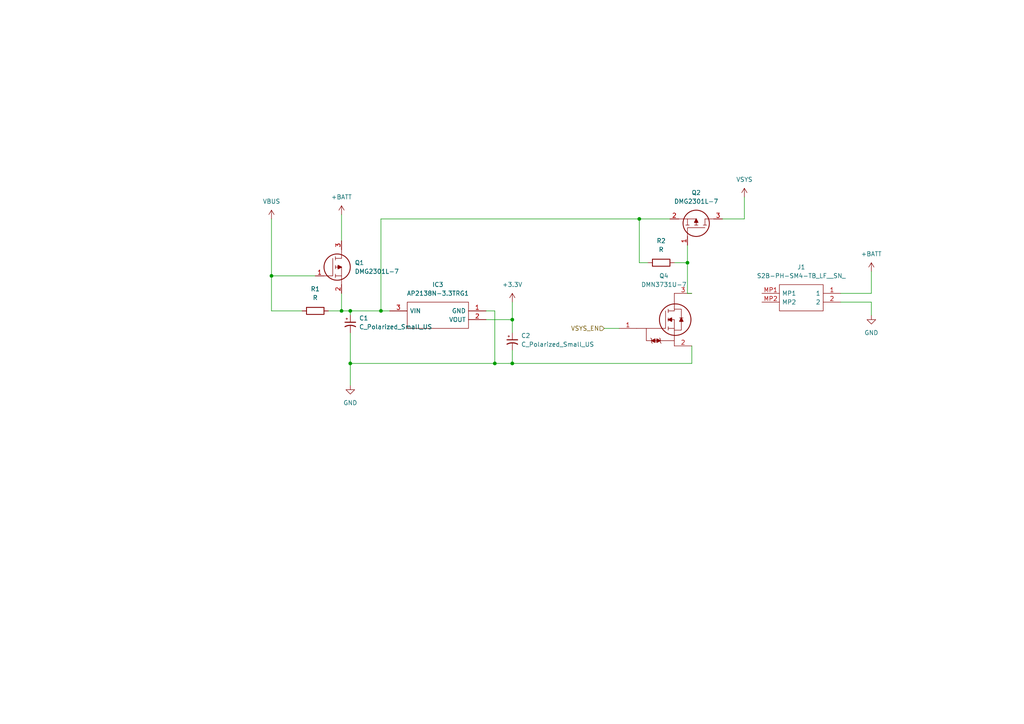
<source format=kicad_sch>
(kicad_sch (version 20230121) (generator eeschema)
  (paper "A4")
  (lib_symbols
    (symbol "AP2138N-3.3TRG1:AP2138N-3.3TRG1" (pin_names (offset 0.762))
      (property "Reference" "IC" (at 24.13 7.62 0))
      (property "Value" "AP2138N-3.3TRG1" (at 24.13 5.08 0))
      (symbol "AP2138N-3.3TRG1_0_0"
        (pin passive line (at 0 0 0) (length 5.08) (name "GND") (number "1"))
        (pin passive line (at 0 -2.54 0) (length 5.08) (name "VOUT") (number "2"))
        (pin passive line (at 27.94 0 180) (length 5.08) (name "VIN") (number "3"))
      )
      (symbol "AP2138N-3.3TRG1_0_1"
        (polyline (pts (xy 5.08 2.54) (xy 22.86 2.54) (xy 22.86 -5.08) (xy 5.08 -5.08) (xy 5.08 2.54)) (stroke (width 0.1524)))
      )
    )
    (symbol "DMG2301L-7:DMG2301L-7" (pin_names (offset 0.762))
      (property "Reference" "Q" (at 11.43 3.81 0))
      (property "Value" "DMG2301L-7" (at 11.43 1.27 0))
      (symbol "DMG2301L-7_0_0"
        (pin passive line (at 0 0 0) (length 2.54) (name "~") (number "1"))
        (pin passive line (at 7.62 -5.08 90) (length 2.54) (name "~") (number "2"))
        (pin passive line (at 7.62 10.16 270) (length 2.54) (name "~") (number "3"))
      )
      (symbol "DMG2301L-7_0_1"
        (polyline (pts (xy 5.842 -0.508) (xy 5.842 0.508)) (stroke (width 0.1524)))
        (polyline (pts (xy 5.842 0) (xy 7.62 0)) (stroke (width 0.1524)))
        (polyline (pts (xy 5.842 2.032) (xy 5.842 3.048)) (stroke (width 0.1524)))
        (polyline (pts (xy 5.842 5.588) (xy 5.842 4.572)) (stroke (width 0.1524)))
        (polyline (pts (xy 7.62 2.54) (xy 5.842 2.54)) (stroke (width 0.1524)))
        (polyline (pts (xy 7.62 2.54) (xy 7.62 -2.54)) (stroke (width 0.1524)))
        (polyline (pts (xy 7.62 5.08) (xy 5.842 5.08)) (stroke (width 0.1524)))
        (polyline (pts (xy 7.62 5.08) (xy 7.62 7.62)) (stroke (width 0.1524)))
        (polyline (pts (xy 2.54 0) (xy 5.08 0) (xy 5.08 5.08)) (stroke (width 0.1524)))
        (polyline (pts (xy 7.62 2.54) (xy 6.604 3.048) (xy 6.604 2.032) (xy 7.62 2.54)) (stroke (width 0.254)) (fill (type outline)))
        (circle (center 6.35 2.54) (radius 3.81) (stroke (width 0.254)))
      )
    )
    (symbol "DMN3731U-7:DMN3731U-7" (pin_names (offset 0.762))
      (property "Reference" "Q" (at 14.732 24.13 0))
      (property "Value" "DMN3731U-7" (at 14.732 21.59 0))
      (symbol "DMN3731U-7_0_0"
        (pin passive line (at -8.382 0 0) (length 5.08) (name "~") (number "1"))
        (pin passive line (at 12.7 -5.08 180) (length 5.08) (name "~") (number "2"))
        (pin passive line (at 12.7 10.16 180) (length 5.08) (name "~") (number "3"))
      )
      (symbol "DMN3731U-7_0_1"
        (polyline (pts (xy 1.016 -4.064) (xy 1.016 -3.048)) (stroke (width 0.1524)))
        (polyline (pts (xy 1.016 -4.064) (xy 1.27 -4.318)) (stroke (width 0.1524)))
        (polyline (pts (xy 1.016 -3.048) (xy 0.762 -2.794)) (stroke (width 0.1524)))
        (polyline (pts (xy 3.556 -4.064) (xy 3.556 -3.048)) (stroke (width 0.1524)))
        (polyline (pts (xy 3.556 -3.048) (xy 3.302 -2.794)) (stroke (width 0.1524)))
        (polyline (pts (xy 3.81 -4.318) (xy 3.556 -4.064)) (stroke (width 0.1524)))
        (polyline (pts (xy 5.842 -0.508) (xy 5.842 0.508)) (stroke (width 0.1524)))
        (polyline (pts (xy 5.842 0) (xy 7.62 0)) (stroke (width 0.1524)))
        (polyline (pts (xy 5.842 2.032) (xy 5.842 3.048)) (stroke (width 0.1524)))
        (polyline (pts (xy 5.842 5.588) (xy 5.842 4.572)) (stroke (width 0.1524)))
        (polyline (pts (xy 7.62 0) (xy 7.62 -5.08)) (stroke (width 0.1524)))
        (polyline (pts (xy 7.62 2.54) (xy 5.842 2.54)) (stroke (width 0.1524)))
        (polyline (pts (xy 7.62 2.54) (xy 7.62 0)) (stroke (width 0.1524)))
        (polyline (pts (xy 7.62 5.08) (xy 5.842 5.08)) (stroke (width 0.1524)))
        (polyline (pts (xy 7.62 10.16) (xy 7.62 5.08)) (stroke (width 0.1524)))
        (polyline (pts (xy 9.144 3.048) (xy 10.16 3.048)) (stroke (width 0.1524)))
        (polyline (pts (xy -3.302 0) (xy 5.08 0) (xy 5.08 5.08)) (stroke (width 0.1524)))
        (polyline (pts (xy 7.62 -3.556) (xy -0.508 -3.556) (xy -0.508 0)) (stroke (width 0.1524)))
        (polyline (pts (xy 9.652 2.032) (xy 9.652 -0.508) (xy 7.62 -0.508)) (stroke (width 0.1524)))
        (polyline (pts (xy 9.652 3.048) (xy 9.652 5.588) (xy 7.62 5.588)) (stroke (width 0.1524)))
        (polyline (pts (xy 1.016 -3.556) (xy 2.032 -4.064) (xy 2.032 -3.048) (xy 1.016 -3.556)) (stroke (width 0.254)) (fill (type outline)))
        (polyline (pts (xy 3.556 -3.556) (xy 2.54 -4.064) (xy 2.54 -3.048) (xy 3.556 -3.556)) (stroke (width 0.254)) (fill (type outline)))
        (polyline (pts (xy 5.842 2.54) (xy 6.858 2.032) (xy 6.858 3.048) (xy 5.842 2.54)) (stroke (width 0.254)) (fill (type outline)))
        (polyline (pts (xy 9.652 3.048) (xy 9.144 2.032) (xy 10.16 2.032) (xy 9.652 3.048)) (stroke (width 0.254)) (fill (type outline)))
        (circle (center 7.874 2.54) (radius 4.572) (stroke (width 0.254)))
      )
    )
    (symbol "Device:C_Polarized_Small_US" (pin_numbers hide) (pin_names (offset 0.254) hide)
      (property "Reference" "C" (at 0.254 1.778 0))
      (property "Value" "C_Polarized_Small_US" (at 0.254 -2.032 0))
      (symbol "C_Polarized_Small_US_0_1"
        (polyline (pts (xy -1.524 0.508) (xy 1.524 0.508)) (stroke (width 0.3048)))
        (polyline (pts (xy -1.27 1.524) (xy -0.762 1.524)))
        (polyline (pts (xy -1.016 1.27) (xy -1.016 1.778)))
        (arc (start 1.524 -0.762) (mid 0 -0.3734) (end -1.524 -0.762) (stroke (width 0.3048)))
      )
      (symbol "C_Polarized_Small_US_1_1"
        (pin passive line (at 0 2.54 270) (length 2.032) (name "~") (number "1"))
        (pin passive line (at 0 -2.54 90) (length 2.032) (name "~") (number "2"))
      )
    )
    (symbol "Device:R" (pin_numbers hide) (pin_names (offset 0))
      (property "Reference" "R" (at 2.032 0 90))
      (property "Value" "R" (at 0 0 90))
      (symbol "R_0_1"
        (rectangle (start -1.016 -2.54) (end 1.016 2.54) (stroke (width 0.254)))
      )
      (symbol "R_1_1"
        (pin passive line (at 0 3.81 270) (length 1.27) (name "~") (number "1"))
        (pin passive line (at 0 -3.81 90) (length 1.27) (name "~") (number "2"))
      )
    )
    (symbol "S2B-PH-SM4-TB_LF__SN_:S2B-PH-SM4-TB_LF__SN_" (pin_names (offset 0.762))
      (property "Reference" "J" (at 19.05 7.62 0))
      (property "Value" "S2B-PH-SM4-TB_LF__SN_" (at 19.05 5.08 0))
      (symbol "S2B-PH-SM4-TB_LF__SN__0_0"
        (pin passive line (at 0 -2.54 0) (length 5.08) (name "1") (number "1"))
        (pin passive line (at 0 0 0) (length 5.08) (name "2") (number "2"))
        (pin passive line (at 22.86 -2.54 180) (length 5.08) (name "MP1") (number "MP1"))
        (pin passive line (at 22.86 0 180) (length 5.08) (name "MP2") (number "MP2"))
      )
      (symbol "S2B-PH-SM4-TB_LF__SN__0_1"
        (polyline (pts (xy 5.08 2.54) (xy 17.78 2.54) (xy 17.78 -5.08) (xy 5.08 -5.08) (xy 5.08 2.54)) (stroke (width 0.1524)))
      )
    )
    (symbol "power:+3.3V" (power) (pin_names (offset 0))
      (property "Value" "+3.3V" (at 0 3.556 0))
      (symbol "+3.3V_0_1"
        (polyline (pts (xy -0.762 1.27) (xy 0 2.54)))
        (polyline (pts (xy 0 0) (xy 0 2.54)))
        (polyline (pts (xy 0 2.54) (xy 0.762 1.27)))
      )
      (symbol "+3.3V_1_1"
        (pin power_in line (at 0 0 90) (length 0) hide (name "+3.3V") (number "1"))
      )
    )
    (symbol "power:+BATT" (power) (pin_names (offset 0))
      (property "Value" "+BATT" (at 0 3.556 0))
      (symbol "+BATT_0_1"
        (polyline (pts (xy -0.762 1.27) (xy 0 2.54)))
        (polyline (pts (xy 0 0) (xy 0 2.54)))
        (polyline (pts (xy 0 2.54) (xy 0.762 1.27)))
      )
      (symbol "+BATT_1_1"
        (pin power_in line (at 0 0 90) (length 0) hide (name "+BATT") (number "1"))
      )
    )
    (symbol "power:GND" (power) (pin_names (offset 0))
      (property "Value" "GND" (at 0 -3.81 0))
      (symbol "GND_0_1"
        (polyline (pts (xy 0 0) (xy 0 -1.27) (xy 1.27 -1.27) (xy 0 -2.54) (xy -1.27 -1.27) (xy 0 -1.27)))
      )
      (symbol "GND_1_1"
        (pin power_in line (at 0 0 270) (length 0) hide (name "GND") (number "1"))
      )
    )
    (symbol "power:VBUS" (power) (pin_names (offset 0))
      (property "Value" "VBUS" (at 0 3.81 0))
      (symbol "VBUS_0_1"
        (polyline (pts (xy -0.762 1.27) (xy 0 2.54)))
        (polyline (pts (xy 0 0) (xy 0 2.54)))
        (polyline (pts (xy 0 2.54) (xy 0.762 1.27)))
      )
      (symbol "VBUS_1_1"
        (pin power_in line (at 0 0 90) (length 0) hide (name "VBUS") (number "1"))
      )
    )
    (symbol "power_vsys:VSYS" (power) (pin_names (offset 0))
      (property "Value" "VSYS" (at 0 3.81 0))
      (symbol "VSYS_0_1"
        (polyline (pts (xy -0.762 1.27) (xy 0 2.54)))
        (polyline (pts (xy 0 0) (xy 0 2.54)))
        (polyline (pts (xy 0 2.54) (xy 0.762 1.27)))
      )
      (symbol "VSYS_1_1"
        (pin power_in line (at 0 0 90) (length 0) hide (name "VSYS") (number "1"))
      )
    )
  )
  (junction (at 143.51 105.41))
  (junction (at 101.6 90.17))
  (junction (at 101.6 105.41))
  (junction (at 148.59 105.41))
  (junction (at 99.06 90.17))
  (junction (at 199.39 76.2))
  (junction (at 185.42 63.5))
  (junction (at 110.49 90.17))
  (junction (at 78.74 80.01))
  (junction (at 148.59 92.71))
  (wire (pts (xy 99.06 62.23) (xy 99.06 69.85)))
  (wire (pts (xy 78.74 80.01) (xy 78.74 90.17)))
  (wire (pts (xy 78.74 80.01) (xy 91.44 80.01)))
  (wire (pts (xy 143.51 90.17) (xy 143.51 105.41)))
  (wire (pts (xy 243.84 85.09) (xy 252.73 85.09)))
  (wire (pts (xy 215.9 63.5) (xy 215.9 57.15)))
  (wire (pts (xy 110.49 90.17) (xy 113.03 90.17)))
  (wire (pts (xy 99.06 90.17) (xy 101.6 90.17)))
  (wire (pts (xy 252.73 85.09) (xy 252.73 78.74)))
  (wire (pts (xy 243.84 87.63) (xy 252.73 87.63)))
  (wire (pts (xy 148.59 92.71) (xy 148.59 96.52)))
  (wire (pts (xy 199.39 76.2) (xy 195.58 76.2)))
  (wire (pts (xy 101.6 90.17) (xy 101.6 91.44)))
  (wire (pts (xy 95.25 90.17) (xy 99.06 90.17)))
  (wire (pts (xy 101.6 90.17) (xy 110.49 90.17)))
  (wire (pts (xy 175.26 95.25) (xy 179.578 95.25)))
  (wire (pts (xy 78.74 90.17) (xy 87.63 90.17)))
  (wire (pts (xy 252.73 87.63) (xy 252.73 91.44)))
  (wire (pts (xy 199.39 85.09) (xy 199.39 76.2)))
  (wire (pts (xy 140.97 92.71) (xy 148.59 92.71)))
  (wire (pts (xy 209.55 63.5) (xy 215.9 63.5)))
  (wire (pts (xy 148.59 92.71) (xy 148.59 87.63)))
  (wire (pts (xy 200.66 105.41) (xy 148.59 105.41)))
  (wire (pts (xy 143.51 105.41) (xy 101.6 105.41)))
  (wire (pts (xy 185.42 76.2) (xy 185.42 63.5)))
  (wire (pts (xy 99.06 85.09) (xy 99.06 90.17)))
  (wire (pts (xy 185.42 63.5) (xy 194.31 63.5)))
  (wire (pts (xy 199.39 71.12) (xy 199.39 76.2)))
  (wire (pts (xy 101.6 96.52) (xy 101.6 105.41)))
  (wire (pts (xy 140.97 90.17) (xy 143.51 90.17)))
  (wire (pts (xy 148.59 101.6) (xy 148.59 105.41)))
  (wire (pts (xy 200.66 85.09) (xy 199.39 85.09)))
  (wire (pts (xy 187.96 76.2) (xy 185.42 76.2)))
  (wire (pts (xy 78.74 63.5) (xy 78.74 80.01)))
  (wire (pts (xy 101.6 105.41) (xy 101.6 111.76)))
  (wire (pts (xy 200.66 100.33) (xy 200.66 105.41)))
  (wire (pts (xy 110.49 63.5) (xy 110.49 90.17)))
  (wire (pts (xy 110.49 63.5) (xy 185.42 63.5)))
  (wire (pts (xy 148.59 105.41) (xy 143.51 105.41)))
  (hierarchical_label "VSYS_EN" (shape input) (at 175.26 95.25 180))
  (symbol (lib_id "Device:C_Polarized_Small_US") (at 101.6 93.98 0) (unit 1)
    (property "Reference" "C1" (at 104.14 92.2782 0) (effects (justify left)))
    (property "Value" "C_Polarized_Small_US" (at 104.14 94.8182 0) (effects (justify left)))
  )
  (symbol (lib_id "DMG2301L-7:DMG2301L-7") (at 199.39 71.12 270) (mirror x) (unit 1)
    (property "Reference" "Q2" (at 201.93 55.88 90))
    (property "Value" "DMG2301L-7" (at 201.93 58.42 90))
    (property "Footprint" "DMG2301L-7:SOT96P240X110-3N" (effects hide))
    (property "Datasheet" "https://www.mouser.com/datasheet/2/115/DMG2301L-959562.pdf" (effects hide))
    (property "Description" "MOSFET MOSFET BVDSS" (effects hide))
    (property "Height" "1.1" (effects hide))
    (property "Manufacturer_Name" "Diodes Inc." (effects hide))
    (property "Manufacturer_Part_Number" "DMG2301L-7" (effects hide))
    (property "Mouser Part Number" "621-DMG2301L-7" (effects hide))
    (property "Mouser Price/Stock" "https://www.mouser.co.uk/ProductDetail/Diodes-Incorporated/DMG2301L-7?qs=60RJRzIpcl8mqpUzCaZuxQ%3D%3D" (effects hide))
    (property "Arrow Part Number" "DMG2301L-7" (effects hide))
    (property "Arrow Price/Stock" "https://www.arrow.com/en/products/dmg2301l-7/diodes-incorporated?region=nac" (effects hide))
  )
  (symbol (lib_id "Device:R") (at 91.44 90.17 90) (unit 1)
    (property "Reference" "R1" (at 91.44 83.82 90))
    (property "Value" "R" (at 91.44 86.36 90))
  )
  (symbol (lib_id "DMN3731U-7:DMN3731U-7") (at 187.96 95.25 0) (unit 1)
    (property "Reference" "Q4" (at 192.5574 80.01 0))
    (property "Value" "DMN3731U-7" (at 192.5574 82.55 0))
    (property "Footprint" "SOT96P240X110-3N" (effects hide))
    (property "Datasheet" "https://www.mouser.fr/datasheet/2/115/DMN3731U-1594715.pdf" (effects hide))
    (property "Description" "MOSFET MOSFET BVDSS: 25V-30V" (effects hide))
    (property "Height" "1.1" (effects hide))
    (property "Manufacturer_Name" "Diodes Inc." (effects hide))
    (property "Manufacturer_Part_Number" "DMN3731U-7" (effects hide))
    (property "Mouser Part Number" "621-DMN3731U-7" (effects hide))
    (property "Mouser Price/Stock" "https://www.mouser.co.uk/ProductDetail/Diodes-Incorporated/DMN3731U-7?qs=EBDBlbfErPyEqvOCBrONHQ%3D%3D" (effects hide))
  )
  (symbol (lib_id "power:+3.3V") (at 148.59 87.63 0) (unit 1)
    (property "Reference" "#PWR04" (effects hide))
    (property "Value" "+3.3V" (at 148.59 82.55 0))
  )
  (symbol (lib_id "S2B-PH-SM4-TB_LF__SN_:S2B-PH-SM4-TB_LF__SN_") (at 243.84 87.63 180) (unit 1)
    (property "Reference" "J1" (at 232.41 77.47 0))
    (property "Value" "S2B-PH-SM4-TB_LF__SN_" (at 232.41 80.01 0))
    (property "Footprint" "S2BPHSM4TBLFSN" (effects hide))
    (property "Datasheet" "https://www.jst-mfg.com/product/pdf/eng/ePH.pdf" (effects hide))
    (property "Description" "Conn Shrouded Header (4 Sides) HDR 2 POS 2mm Solder RA Side Entry SMD T/R" (effects hide))
    (property "Height" "6.6" (effects hide))
    (property "Manufacturer_Name" "JST (JAPAN SOLDERLESS TERMINALS)" (effects hide))
    (property "Manufacturer_Part_Number" "S2B-PH-SM4-TB(LF)(SN)" (effects hide))
    (property "Arrow Part Number" "S2B-PH-SM4-TB(LF)(SN)" (effects hide))
    (property "Arrow Price/Stock" "https://www.arrow.com/en/products/s2b-ph-sm4-tb-lf-sn/jst-manufacturing?region=europe" (effects hide))
  )
  (symbol (lib_id "power:GND") (at 252.73 91.44 0) (unit 1)
    (property "Reference" "#PWR017" (effects hide))
    (property "Value" "GND" (at 252.73 96.52 0))
  )
  (symbol (lib_id "power_vsys:VSYS") (at 215.9 57.15 0) (unit 1)
    (property "Reference" "#PWR05" (effects hide))
    (property "Value" "VSYS" (at 215.9 52.07 0))
  )
  (symbol (lib_id "Device:R") (at 191.77 76.2 90) (unit 1)
    (property "Reference" "R2" (at 191.77 69.85 90))
    (property "Value" "R" (at 191.77 72.39 90))
  )
  (symbol (lib_id "power:+BATT") (at 252.73 78.74 0) (unit 1)
    (property "Reference" "#PWR016" (effects hide))
    (property "Value" "+BATT" (at 252.73 73.66 0))
  )
  (symbol (lib_id "power:+BATT") (at 99.06 62.23 0) (unit 1)
    (property "Reference" "#PWR02" (effects hide))
    (property "Value" "+BATT" (at 99.06 57.15 0))
  )
  (symbol (lib_id "DMG2301L-7:DMG2301L-7") (at 91.44 80.01 0) (unit 1)
    (property "Reference" "Q1" (at 102.87 76.2 0) (effects (justify left)))
    (property "Value" "DMG2301L-7" (at 102.87 78.74 0) (effects (justify left)))
    (property "Footprint" "DMG2301L-7:SOT96P240X110-3N" (effects hide))
    (property "Datasheet" "https://www.mouser.com/datasheet/2/115/DMG2301L-959562.pdf" (effects hide))
    (property "Description" "MOSFET MOSFET BVDSS" (effects hide))
    (property "Height" "1.1" (effects hide))
    (property "Manufacturer_Name" "Diodes Inc." (effects hide))
    (property "Manufacturer_Part_Number" "DMG2301L-7" (effects hide))
    (property "Mouser Part Number" "621-DMG2301L-7" (effects hide))
    (property "Mouser Price/Stock" "https://www.mouser.co.uk/ProductDetail/Diodes-Incorporated/DMG2301L-7?qs=60RJRzIpcl8mqpUzCaZuxQ%3D%3D" (effects hide))
    (property "Arrow Part Number" "DMG2301L-7" (effects hide))
    (property "Arrow Price/Stock" "https://www.arrow.com/en/products/dmg2301l-7/diodes-incorporated?region=nac" (effects hide))
  )
  (symbol (lib_id "AP2138N-3.3TRG1:AP2138N-3.3TRG1") (at 140.97 90.17 0) (mirror y) (unit 1)
    (property "Reference" "IC3" (at 127 82.55 0))
    (property "Value" "AP2138N-3.3TRG1" (at 127 85.09 0))
    (property "Footprint" "AP2138N-3.3TRG1:SOT95P282X145-3N" (effects hide))
    (property "Datasheet" "https://componentsearchengine.com/Datasheets/1/AP2138N-3.3TRG1.pdf" (effects hide))
    (property "Description" "250mA 3.3V Ultra Low IQ LDO Reg. SOT23 DiodesZetex AP2138N-3.3TRG1, Low Noise LDO Voltage Regulator, 250 (Min)mA, 3.3 V +/-2%, 2.5 to 6.6 Vin, 3-Pin SOT-23" (effects hide))
    (property "Height" "1.45" (effects hide))
    (property "Manufacturer_Name" "Diodes Inc." (effects hide))
    (property "Manufacturer_Part_Number" "AP2138N-3.3TRG1" (effects hide))
    (property "Mouser Part Number" "621-AP2138N-3.3TRG1" (effects hide))
    (property "Mouser Price/Stock" "https://www.mouser.co.uk/ProductDetail/Diodes-Incorporated/AP2138N-3.3TRG1?qs=x6A8l6qLYDBcz2C%2Fey6rCQ%3D%3D" (effects hide))
    (property "Arrow Part Number" "AP2138N-3.3TRG1" (effects hide))
    (property "Arrow Price/Stock" "https://www.arrow.com/en/products/ap2138n-3.3trg1/diodes-incorporated?region=nac" (effects hide))
  )
  (symbol (lib_id "power:GND") (at 101.6 111.76 0) (unit 1)
    (property "Reference" "#PWR03" (effects hide))
    (property "Value" "GND" (at 101.6 116.84 0))
  )
  (symbol (lib_id "power:VBUS") (at 78.74 63.5 0) (unit 1)
    (property "Reference" "#PWR01" (effects hide))
    (property "Value" "VBUS" (at 78.74 58.42 0))
  )
  (symbol (lib_id "Device:C_Polarized_Small_US") (at 148.59 99.06 0) (unit 1)
    (property "Reference" "C2" (at 151.13 97.3582 0) (effects (justify left)))
    (property "Value" "C_Polarized_Small_US" (at 151.13 99.8982 0) (effects (justify left)))
  )
)
</source>
